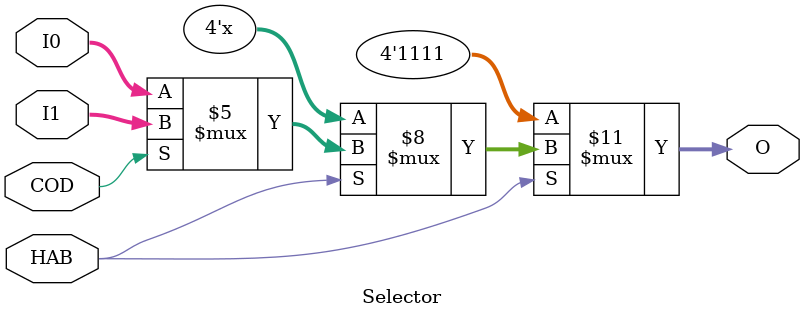
<source format=v>
`timescale 1ns / 1ps
module Selector(I0,I1,HAB,COD,O);

input [3:0]I0,I1;
input HAB,COD;
output [3:0]O;
reg [3:0]O;

always @ (I0 or I1 or HAB or COD)

begin

	if(!HAB)
			
			O = 4'b1111;
			
	else
		
		if(!COD)
			
			O = I0;

		else

			O = I1;
		
end

endmodule


</source>
